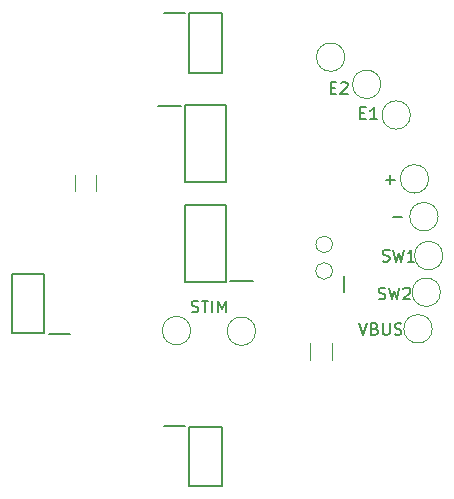
<source format=gbr>
%TF.GenerationSoftware,KiCad,Pcbnew,(6.0.8)*%
%TF.CreationDate,2022-11-18T04:38:56-05:00*%
%TF.ProjectId,Armstrong_v2.0,41726d73-7472-46f6-9e67-5f76322e302e,rev?*%
%TF.SameCoordinates,Original*%
%TF.FileFunction,Legend,Top*%
%TF.FilePolarity,Positive*%
%FSLAX46Y46*%
G04 Gerber Fmt 4.6, Leading zero omitted, Abs format (unit mm)*
G04 Created by KiCad (PCBNEW (6.0.8)) date 2022-11-18 04:38:56*
%MOMM*%
%LPD*%
G01*
G04 APERTURE LIST*
%ADD10C,0.150000*%
%ADD11C,0.120000*%
%ADD12C,0.200000*%
G04 APERTURE END LIST*
D10*
X110609523Y-85578571D02*
X110942857Y-85578571D01*
X111085714Y-86102380D02*
X110609523Y-86102380D01*
X110609523Y-85102380D01*
X111085714Y-85102380D01*
X111466666Y-85197619D02*
X111514285Y-85150000D01*
X111609523Y-85102380D01*
X111847619Y-85102380D01*
X111942857Y-85150000D01*
X111990476Y-85197619D01*
X112038095Y-85292857D01*
X112038095Y-85388095D01*
X111990476Y-85530952D01*
X111419047Y-86102380D01*
X112038095Y-86102380D01*
X113109523Y-87728571D02*
X113442857Y-87728571D01*
X113585714Y-88252380D02*
X113109523Y-88252380D01*
X113109523Y-87252380D01*
X113585714Y-87252380D01*
X114538095Y-88252380D02*
X113966666Y-88252380D01*
X114252380Y-88252380D02*
X114252380Y-87252380D01*
X114157142Y-87395238D01*
X114061904Y-87490476D01*
X113966666Y-87538095D01*
X98823809Y-104554761D02*
X98966666Y-104602380D01*
X99204761Y-104602380D01*
X99300000Y-104554761D01*
X99347619Y-104507142D01*
X99395238Y-104411904D01*
X99395238Y-104316666D01*
X99347619Y-104221428D01*
X99300000Y-104173809D01*
X99204761Y-104126190D01*
X99014285Y-104078571D01*
X98919047Y-104030952D01*
X98871428Y-103983333D01*
X98823809Y-103888095D01*
X98823809Y-103792857D01*
X98871428Y-103697619D01*
X98919047Y-103650000D01*
X99014285Y-103602380D01*
X99252380Y-103602380D01*
X99395238Y-103650000D01*
X99680952Y-103602380D02*
X100252380Y-103602380D01*
X99966666Y-104602380D02*
X99966666Y-103602380D01*
X100585714Y-104602380D02*
X100585714Y-103602380D01*
X101061904Y-104602380D02*
X101061904Y-103602380D01*
X101395238Y-104316666D01*
X101728571Y-103602380D01*
X101728571Y-104602380D01*
X113016666Y-105502380D02*
X113350000Y-106502380D01*
X113683333Y-105502380D01*
X114350000Y-105978571D02*
X114492857Y-106026190D01*
X114540476Y-106073809D01*
X114588095Y-106169047D01*
X114588095Y-106311904D01*
X114540476Y-106407142D01*
X114492857Y-106454761D01*
X114397619Y-106502380D01*
X114016666Y-106502380D01*
X114016666Y-105502380D01*
X114350000Y-105502380D01*
X114445238Y-105550000D01*
X114492857Y-105597619D01*
X114540476Y-105692857D01*
X114540476Y-105788095D01*
X114492857Y-105883333D01*
X114445238Y-105930952D01*
X114350000Y-105978571D01*
X114016666Y-105978571D01*
X115016666Y-105502380D02*
X115016666Y-106311904D01*
X115064285Y-106407142D01*
X115111904Y-106454761D01*
X115207142Y-106502380D01*
X115397619Y-106502380D01*
X115492857Y-106454761D01*
X115540476Y-106407142D01*
X115588095Y-106311904D01*
X115588095Y-105502380D01*
X116016666Y-106454761D02*
X116159523Y-106502380D01*
X116397619Y-106502380D01*
X116492857Y-106454761D01*
X116540476Y-106407142D01*
X116588095Y-106311904D01*
X116588095Y-106216666D01*
X116540476Y-106121428D01*
X116492857Y-106073809D01*
X116397619Y-106026190D01*
X116207142Y-105978571D01*
X116111904Y-105930952D01*
X116064285Y-105883333D01*
X116016666Y-105788095D01*
X116016666Y-105692857D01*
X116064285Y-105597619D01*
X116111904Y-105550000D01*
X116207142Y-105502380D01*
X116445238Y-105502380D01*
X116588095Y-105550000D01*
X114666666Y-103454761D02*
X114809523Y-103502380D01*
X115047619Y-103502380D01*
X115142857Y-103454761D01*
X115190476Y-103407142D01*
X115238095Y-103311904D01*
X115238095Y-103216666D01*
X115190476Y-103121428D01*
X115142857Y-103073809D01*
X115047619Y-103026190D01*
X114857142Y-102978571D01*
X114761904Y-102930952D01*
X114714285Y-102883333D01*
X114666666Y-102788095D01*
X114666666Y-102692857D01*
X114714285Y-102597619D01*
X114761904Y-102550000D01*
X114857142Y-102502380D01*
X115095238Y-102502380D01*
X115238095Y-102550000D01*
X115571428Y-102502380D02*
X115809523Y-103502380D01*
X116000000Y-102788095D01*
X116190476Y-103502380D01*
X116428571Y-102502380D01*
X116761904Y-102597619D02*
X116809523Y-102550000D01*
X116904761Y-102502380D01*
X117142857Y-102502380D01*
X117238095Y-102550000D01*
X117285714Y-102597619D01*
X117333333Y-102692857D01*
X117333333Y-102788095D01*
X117285714Y-102930952D01*
X116714285Y-103502380D01*
X117333333Y-103502380D01*
X115016666Y-100254761D02*
X115159523Y-100302380D01*
X115397619Y-100302380D01*
X115492857Y-100254761D01*
X115540476Y-100207142D01*
X115588095Y-100111904D01*
X115588095Y-100016666D01*
X115540476Y-99921428D01*
X115492857Y-99873809D01*
X115397619Y-99826190D01*
X115207142Y-99778571D01*
X115111904Y-99730952D01*
X115064285Y-99683333D01*
X115016666Y-99588095D01*
X115016666Y-99492857D01*
X115064285Y-99397619D01*
X115111904Y-99350000D01*
X115207142Y-99302380D01*
X115445238Y-99302380D01*
X115588095Y-99350000D01*
X115921428Y-99302380D02*
X116159523Y-100302380D01*
X116350000Y-99588095D01*
X116540476Y-100302380D01*
X116778571Y-99302380D01*
X117683333Y-100302380D02*
X117111904Y-100302380D01*
X117397619Y-100302380D02*
X117397619Y-99302380D01*
X117302380Y-99445238D01*
X117207142Y-99540476D01*
X117111904Y-99588095D01*
X115919047Y-96521428D02*
X116680952Y-96521428D01*
X115269047Y-93371428D02*
X116030952Y-93371428D01*
X115650000Y-93752380D02*
X115650000Y-92990476D01*
D11*
%TO.C,TP20*%
X114850000Y-85300000D02*
G75*
G03*
X114850000Y-85300000I-1200000J0D01*
G01*
%TO.C,TP19*%
X117350000Y-87900000D02*
G75*
G03*
X117350000Y-87900000I-1200000J0D01*
G01*
%TO.C,TP18*%
X111800000Y-83000000D02*
G75*
G03*
X111800000Y-83000000I-1200000J0D01*
G01*
%TO.C,TP17*%
X110750000Y-98850000D02*
G75*
G03*
X110750000Y-98850000I-700000J0D01*
G01*
%TO.C,TP16*%
X110750000Y-101100000D02*
G75*
G03*
X110750000Y-101100000I-700000J0D01*
G01*
%TO.C,C2*%
X90760000Y-94361252D02*
X90760000Y-92938748D01*
X88940000Y-94361252D02*
X88940000Y-92938748D01*
%TO.C,C1*%
X108890000Y-107238748D02*
X108890000Y-108661252D01*
X110710000Y-107238748D02*
X110710000Y-108661252D01*
%TO.C,TP4*%
X118900000Y-93300000D02*
G75*
G03*
X118900000Y-93300000I-1200000J0D01*
G01*
%TO.C,TP3*%
X119900000Y-102900000D02*
G75*
G03*
X119900000Y-102900000I-1200000J0D01*
G01*
D12*
%TO.C,Q\u002A\u002A2*%
X101375000Y-114300000D02*
X101375000Y-119300000D01*
X101375000Y-119300000D02*
X98625000Y-119300000D01*
X98625000Y-114300000D02*
X101375000Y-114300000D01*
X98625000Y-119300000D02*
X98625000Y-114300000D01*
X96475000Y-114220000D02*
X98275000Y-114220000D01*
D11*
%TO.C,TP15*%
X104250000Y-106200000D02*
G75*
G03*
X104250000Y-106200000I-1200000J0D01*
G01*
%TO.C,TP14*%
X98750000Y-106150000D02*
G75*
G03*
X98750000Y-106150000I-1200000J0D01*
G01*
D12*
%TO.C,Q\u002A\u002A3*%
X101375000Y-79300000D02*
X101375000Y-84300000D01*
X101375000Y-84300000D02*
X98625000Y-84300000D01*
X98625000Y-79300000D02*
X101375000Y-79300000D01*
X98625000Y-84300000D02*
X98625000Y-79300000D01*
X96475000Y-79220000D02*
X98275000Y-79220000D01*
%TO.C,Q\u002A\u002A1*%
X83625000Y-106382500D02*
X83625000Y-101382500D01*
X83625000Y-101382500D02*
X86375000Y-101382500D01*
X86375000Y-106382500D02*
X83625000Y-106382500D01*
X86375000Y-101382500D02*
X86375000Y-106382500D01*
X88525000Y-106462500D02*
X86725000Y-106462500D01*
D11*
%TO.C,TP2*%
X119700000Y-96500000D02*
G75*
G03*
X119700000Y-96500000I-1200000J0D01*
G01*
%TO.C,TP5*%
X120100000Y-99800000D02*
G75*
G03*
X120100000Y-99800000I-1200000J0D01*
G01*
D12*
%TO.C,Q2*%
X98250000Y-87050000D02*
X101750000Y-87050000D01*
X98250000Y-93550000D02*
X98250000Y-87050000D01*
X96000000Y-87175000D02*
X97900000Y-87175000D01*
X101750000Y-87050000D02*
X101750000Y-93550000D01*
X101750000Y-93550000D02*
X98250000Y-93550000D01*
%TO.C,U2*%
X111700000Y-102900000D02*
X111700000Y-101500000D01*
%TO.C,Q1*%
X101750000Y-102050000D02*
X98250000Y-102050000D01*
X101750000Y-95550000D02*
X101750000Y-102050000D01*
X104000000Y-101925000D02*
X102100000Y-101925000D01*
X98250000Y-102050000D02*
X98250000Y-95550000D01*
X98250000Y-95550000D02*
X101750000Y-95550000D01*
D11*
%TO.C,TP1*%
X119200000Y-106000000D02*
G75*
G03*
X119200000Y-106000000I-1200000J0D01*
G01*
%TD*%
M02*

</source>
